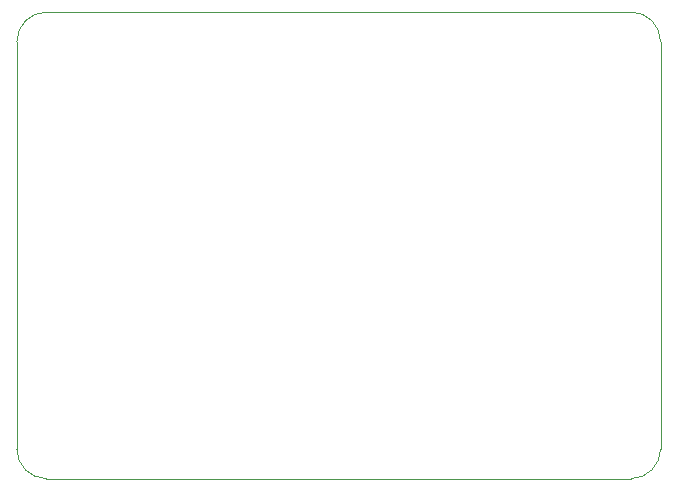
<source format=gbr>
%TF.GenerationSoftware,KiCad,Pcbnew,9.0.3*%
%TF.CreationDate,2025-07-30T22:19:27+08:00*%
%TF.ProjectId,airspeed_BIO,61697273-7065-4656-945f-42494f2e6b69,rev?*%
%TF.SameCoordinates,Original*%
%TF.FileFunction,Profile,NP*%
%FSLAX46Y46*%
G04 Gerber Fmt 4.6, Leading zero omitted, Abs format (unit mm)*
G04 Created by KiCad (PCBNEW 9.0.3) date 2025-07-30 22:19:27*
%MOMM*%
%LPD*%
G01*
G04 APERTURE LIST*
%TA.AperFunction,Profile*%
%ADD10C,0.120000*%
%TD*%
G04 APERTURE END LIST*
D10*
X98000000Y-100000000D02*
G75*
G02*
X95500000Y-97500000I0J2500000D01*
G01*
X95500000Y-63000000D02*
X95500000Y-97500000D01*
X150000000Y-97500000D02*
G75*
G02*
X147500000Y-100000000I-2500000J0D01*
G01*
X150000000Y-97500000D02*
X150000000Y-63000000D01*
X98000000Y-100000000D02*
X147500000Y-100000000D01*
X95500000Y-63000000D02*
G75*
G02*
X98000000Y-60500000I2500000J0D01*
G01*
X147500000Y-60500000D02*
X98000000Y-60500000D01*
X147500000Y-60500000D02*
G75*
G02*
X150000000Y-63000000I0J-2500000D01*
G01*
M02*

</source>
